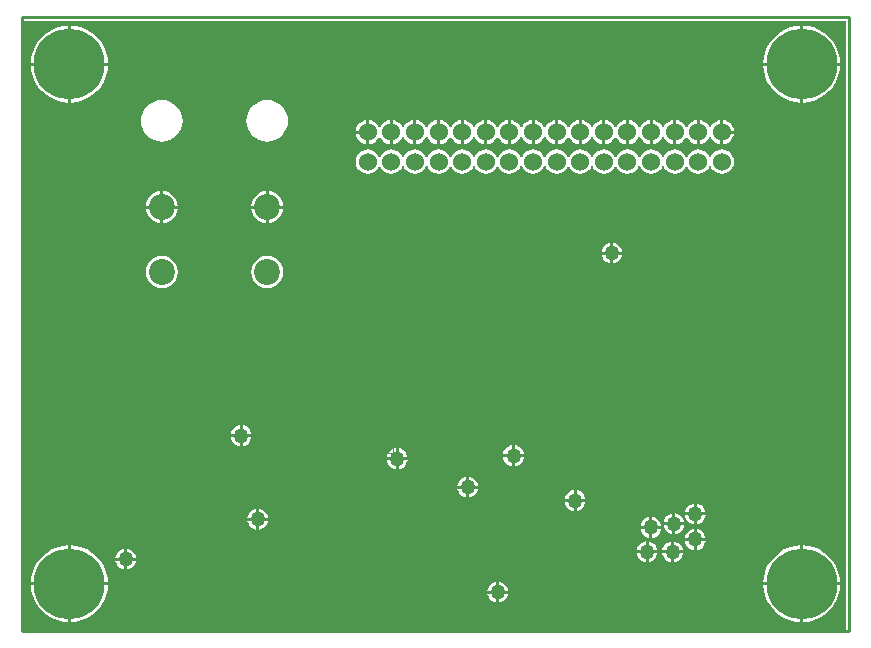
<source format=gbl>
G04*
G04 #@! TF.GenerationSoftware,Altium Limited,Altium Designer,19.1.8 (144)*
G04*
G04 Layer_Physical_Order=2*
G04 Layer_Color=16711680*
%FSLAX25Y25*%
%MOIN*%
G70*
G01*
G75*
%ADD12C,0.01000*%
%ADD14C,0.00394*%
%ADD17R,0.10984X0.02436*%
%ADD18C,0.00197*%
%ADD55C,0.23622*%
%ADD56C,0.06000*%
%ADD57C,0.08661*%
%ADD58C,0.05000*%
G36*
X274500Y203500D02*
X274500Y500D01*
X500Y500D01*
X500Y203500D01*
X274500Y203500D01*
D02*
G37*
%LPC*%
G36*
X260343Y201788D02*
Y189476D01*
X272654D01*
X272535Y190987D01*
X272064Y192947D01*
X271292Y194810D01*
X270239Y196530D01*
X268929Y198063D01*
X267396Y199373D01*
X265677Y200426D01*
X263814Y201198D01*
X261853Y201669D01*
X260343Y201788D01*
D02*
G37*
G36*
X259343D02*
X257832Y201669D01*
X255872Y201198D01*
X254009Y200426D01*
X252289Y199373D01*
X250756Y198063D01*
X249446Y196530D01*
X248393Y194810D01*
X247621Y192947D01*
X247150Y190987D01*
X247031Y189476D01*
X259343D01*
Y201788D01*
D02*
G37*
G36*
X16248D02*
Y189476D01*
X28559D01*
X28440Y190987D01*
X27970Y192947D01*
X27198Y194810D01*
X26144Y196530D01*
X24835Y198063D01*
X23301Y199373D01*
X21582Y200426D01*
X19719Y201198D01*
X17758Y201669D01*
X16248Y201788D01*
D02*
G37*
G36*
X15248D02*
X13738Y201669D01*
X11777Y201198D01*
X9914Y200426D01*
X8195Y199373D01*
X6661Y198063D01*
X5352Y196530D01*
X4298Y194810D01*
X3526Y192947D01*
X3056Y190987D01*
X2937Y189476D01*
X15248D01*
Y201788D01*
D02*
G37*
G36*
X272654Y188476D02*
X260343D01*
Y176165D01*
X261853Y176284D01*
X263814Y176755D01*
X265677Y177526D01*
X267396Y178580D01*
X268929Y179890D01*
X270239Y181423D01*
X271292Y183142D01*
X272064Y185005D01*
X272535Y186966D01*
X272654Y188476D01*
D02*
G37*
G36*
X259343D02*
X247031D01*
X247150Y186966D01*
X247621Y185005D01*
X248393Y183142D01*
X249446Y181423D01*
X250756Y179890D01*
X252289Y178580D01*
X254009Y177526D01*
X255872Y176755D01*
X257832Y176284D01*
X259343Y176165D01*
Y188476D01*
D02*
G37*
G36*
X28559D02*
X16248D01*
Y176165D01*
X17758Y176284D01*
X19719Y176755D01*
X21582Y177526D01*
X23301Y178580D01*
X24835Y179890D01*
X26144Y181423D01*
X27198Y183142D01*
X27970Y185005D01*
X28440Y186966D01*
X28559Y188476D01*
D02*
G37*
G36*
X15248D02*
X2937D01*
X3056Y186966D01*
X3526Y185005D01*
X4298Y183142D01*
X5352Y181423D01*
X6661Y179890D01*
X8195Y178580D01*
X9914Y177526D01*
X11777Y176755D01*
X13738Y176284D01*
X15248Y176165D01*
Y188476D01*
D02*
G37*
G36*
X224868Y170307D02*
X224324Y170236D01*
X223351Y169833D01*
X222516Y169191D01*
X221874Y168356D01*
X221702Y167940D01*
X221161D01*
X220988Y168356D01*
X220347Y169191D01*
X219512Y169833D01*
X218538Y170236D01*
X217994Y170307D01*
Y166339D01*
Y162370D01*
X218538Y162442D01*
X219512Y162845D01*
X220347Y163486D01*
X220988Y164321D01*
X221161Y164737D01*
X221702D01*
X221874Y164321D01*
X222516Y163486D01*
X223351Y162845D01*
X224324Y162442D01*
X224868Y162370D01*
Y166339D01*
Y170307D01*
D02*
G37*
G36*
X209120D02*
X208576Y170236D01*
X207603Y169833D01*
X206768Y169191D01*
X206126Y168356D01*
X205954Y167940D01*
X205413D01*
X205240Y168356D01*
X204599Y169191D01*
X203764Y169833D01*
X202790Y170236D01*
X202246Y170307D01*
Y166339D01*
Y162370D01*
X202790Y162442D01*
X203764Y162845D01*
X204599Y163486D01*
X205240Y164321D01*
X205413Y164737D01*
X205954D01*
X206126Y164321D01*
X206768Y163486D01*
X207603Y162845D01*
X208576Y162442D01*
X209120Y162370D01*
Y166339D01*
Y170307D01*
D02*
G37*
G36*
X185498D02*
X184954Y170236D01*
X183981Y169833D01*
X183145Y169191D01*
X182504Y168356D01*
X182332Y167940D01*
X181791D01*
X181618Y168356D01*
X180977Y169191D01*
X180141Y169833D01*
X179168Y170236D01*
X178624Y170307D01*
Y166339D01*
Y162370D01*
X179168Y162442D01*
X180141Y162845D01*
X180977Y163486D01*
X181618Y164321D01*
X181791Y164737D01*
X182332D01*
X182504Y164321D01*
X183145Y163486D01*
X183981Y162845D01*
X184954Y162442D01*
X185498Y162370D01*
Y166339D01*
Y170307D01*
D02*
G37*
G36*
X169750D02*
X169206Y170236D01*
X168233Y169833D01*
X167397Y169191D01*
X166756Y168356D01*
X166584Y167940D01*
X166043D01*
X165870Y168356D01*
X165229Y169191D01*
X164393Y169833D01*
X163420Y170236D01*
X162876Y170307D01*
Y166339D01*
Y162370D01*
X163420Y162442D01*
X164393Y162845D01*
X165229Y163486D01*
X165870Y164321D01*
X166043Y164737D01*
X166584D01*
X166756Y164321D01*
X167397Y163486D01*
X168233Y162845D01*
X169206Y162442D01*
X169750Y162370D01*
Y166339D01*
Y170307D01*
D02*
G37*
G36*
X146128D02*
X145584Y170236D01*
X144611Y169833D01*
X143775Y169191D01*
X143134Y168356D01*
X142962Y167940D01*
X142421D01*
X142248Y168356D01*
X141607Y169191D01*
X140771Y169833D01*
X139798Y170236D01*
X139254Y170307D01*
Y166339D01*
Y162370D01*
X139798Y162442D01*
X140771Y162845D01*
X141607Y163486D01*
X142248Y164321D01*
X142421Y164737D01*
X142962D01*
X143134Y164321D01*
X143775Y163486D01*
X144611Y162845D01*
X145584Y162442D01*
X146128Y162370D01*
Y166339D01*
Y170307D01*
D02*
G37*
G36*
X130380D02*
X129836Y170236D01*
X128863Y169833D01*
X128027Y169191D01*
X127386Y168356D01*
X127214Y167940D01*
X126672D01*
X126500Y168356D01*
X125859Y169191D01*
X125023Y169833D01*
X124050Y170236D01*
X123506Y170307D01*
Y166339D01*
Y162370D01*
X124050Y162442D01*
X125023Y162845D01*
X125859Y163486D01*
X126500Y164321D01*
X126672Y164737D01*
X127214D01*
X127386Y164321D01*
X128027Y163486D01*
X128863Y162845D01*
X129836Y162442D01*
X130380Y162370D01*
Y166339D01*
Y170307D01*
D02*
G37*
G36*
X232742D02*
X232198Y170236D01*
X231225Y169833D01*
X230389Y169191D01*
X229748Y168356D01*
X229576Y167940D01*
X229035D01*
X228862Y168356D01*
X228221Y169191D01*
X227386Y169833D01*
X226413Y170236D01*
X225868Y170307D01*
Y166339D01*
Y162370D01*
X226413Y162442D01*
X227386Y162845D01*
X228221Y163486D01*
X228862Y164321D01*
X229035Y164738D01*
X229576D01*
X229748Y164321D01*
X230389Y163486D01*
X231225Y162845D01*
X232198Y162442D01*
X232742Y162370D01*
Y166339D01*
Y170307D01*
D02*
G37*
G36*
X216994D02*
X216450Y170236D01*
X215477Y169833D01*
X214641Y169191D01*
X214000Y168356D01*
X213828Y167940D01*
X213287D01*
X213114Y168356D01*
X212473Y169191D01*
X211638Y169833D01*
X210665Y170236D01*
X210120Y170307D01*
Y166339D01*
Y162370D01*
X210665Y162442D01*
X211638Y162845D01*
X212473Y163486D01*
X213114Y164321D01*
X213287Y164738D01*
X213828D01*
X214000Y164321D01*
X214641Y163486D01*
X215477Y162845D01*
X216450Y162442D01*
X216994Y162370D01*
Y166339D01*
Y170307D01*
D02*
G37*
G36*
X201246D02*
X200702Y170236D01*
X199729Y169833D01*
X198893Y169191D01*
X198252Y168356D01*
X198080Y167940D01*
X197539D01*
X197366Y168356D01*
X196725Y169191D01*
X195889Y169833D01*
X194916Y170236D01*
X194372Y170307D01*
Y166339D01*
Y162370D01*
X194916Y162442D01*
X195889Y162845D01*
X196725Y163486D01*
X197366Y164321D01*
X197539Y164738D01*
X198080D01*
X198252Y164321D01*
X198893Y163486D01*
X199729Y162845D01*
X200702Y162442D01*
X201246Y162370D01*
Y166339D01*
Y170307D01*
D02*
G37*
G36*
X193372D02*
X192828Y170236D01*
X191855Y169833D01*
X191019Y169191D01*
X190378Y168356D01*
X190206Y167940D01*
X189665D01*
X189492Y168356D01*
X188851Y169191D01*
X188015Y169833D01*
X187042Y170236D01*
X186498Y170307D01*
Y166339D01*
Y162370D01*
X187042Y162442D01*
X188015Y162845D01*
X188851Y163486D01*
X189492Y164321D01*
X189665Y164738D01*
X190206D01*
X190378Y164321D01*
X191019Y163486D01*
X191855Y162845D01*
X192828Y162442D01*
X193372Y162370D01*
Y166339D01*
Y170307D01*
D02*
G37*
G36*
X177624D02*
X177080Y170236D01*
X176107Y169833D01*
X175271Y169191D01*
X174630Y168356D01*
X174458Y167940D01*
X173917D01*
X173744Y168356D01*
X173103Y169191D01*
X172267Y169833D01*
X171294Y170236D01*
X170750Y170307D01*
Y166339D01*
Y162370D01*
X171294Y162442D01*
X172267Y162845D01*
X173103Y163486D01*
X173744Y164321D01*
X173917Y164738D01*
X174458D01*
X174630Y164321D01*
X175271Y163486D01*
X176107Y162845D01*
X177080Y162442D01*
X177624Y162370D01*
Y166339D01*
Y170307D01*
D02*
G37*
G36*
X161876D02*
X161332Y170236D01*
X160359Y169833D01*
X159523Y169191D01*
X158882Y168356D01*
X158710Y167940D01*
X158169D01*
X157996Y168356D01*
X157355Y169191D01*
X156519Y169833D01*
X155546Y170236D01*
X155002Y170307D01*
Y166339D01*
Y162370D01*
X155546Y162442D01*
X156519Y162845D01*
X157355Y163486D01*
X157996Y164321D01*
X158169Y164738D01*
X158710D01*
X158882Y164321D01*
X159523Y163486D01*
X160359Y162845D01*
X161332Y162442D01*
X161876Y162370D01*
Y166339D01*
Y170307D01*
D02*
G37*
G36*
X154002D02*
X153458Y170236D01*
X152485Y169833D01*
X151649Y169191D01*
X151008Y168356D01*
X150836Y167940D01*
X150295D01*
X150122Y168356D01*
X149481Y169191D01*
X148645Y169833D01*
X147672Y170236D01*
X147128Y170307D01*
Y166339D01*
Y162370D01*
X147672Y162442D01*
X148645Y162845D01*
X149481Y163486D01*
X150122Y164321D01*
X150295Y164738D01*
X150836D01*
X151008Y164321D01*
X151649Y163486D01*
X152485Y162845D01*
X153458Y162442D01*
X154002Y162370D01*
Y166339D01*
Y170307D01*
D02*
G37*
G36*
X138254D02*
X137710Y170236D01*
X136737Y169833D01*
X135901Y169191D01*
X135260Y168356D01*
X135088Y167940D01*
X134546D01*
X134374Y168356D01*
X133733Y169191D01*
X132897Y169833D01*
X131924Y170236D01*
X131380Y170307D01*
Y166339D01*
Y162370D01*
X131924Y162442D01*
X132897Y162845D01*
X133733Y163486D01*
X134374Y164321D01*
X134546Y164738D01*
X135088D01*
X135260Y164321D01*
X135901Y163486D01*
X136737Y162845D01*
X137710Y162442D01*
X138254Y162370D01*
Y166339D01*
Y170307D01*
D02*
G37*
G36*
X122506D02*
X121962Y170236D01*
X120989Y169833D01*
X120153Y169191D01*
X119512Y168356D01*
X119340Y167940D01*
X118798D01*
X118626Y168356D01*
X117985Y169191D01*
X117149Y169833D01*
X116176Y170236D01*
X115632Y170307D01*
Y166339D01*
Y162370D01*
X116176Y162442D01*
X117149Y162845D01*
X117985Y163486D01*
X118626Y164321D01*
X118798Y164738D01*
X119340D01*
X119512Y164321D01*
X120153Y163486D01*
X120989Y162845D01*
X121962Y162442D01*
X122506Y162370D01*
Y166339D01*
Y170307D01*
D02*
G37*
G36*
X233742D02*
Y166839D01*
X237211D01*
X237139Y167383D01*
X236736Y168356D01*
X236095Y169191D01*
X235260Y169833D01*
X234286Y170236D01*
X233742Y170307D01*
D02*
G37*
G36*
X114632D02*
X114088Y170236D01*
X113115Y169833D01*
X112279Y169191D01*
X111638Y168356D01*
X111235Y167383D01*
X111163Y166839D01*
X114632D01*
Y170307D01*
D02*
G37*
G36*
X81646Y177018D02*
X80293Y176884D01*
X78991Y176489D01*
X77791Y175848D01*
X76740Y174985D01*
X75877Y173934D01*
X75236Y172734D01*
X74841Y171432D01*
X74707Y170079D01*
X74841Y168725D01*
X75236Y167423D01*
X75877Y166224D01*
X76740Y165172D01*
X77791Y164309D01*
X78991Y163668D01*
X80293Y163273D01*
X81646Y163140D01*
X83000Y163273D01*
X84302Y163668D01*
X85501Y164309D01*
X86553Y165172D01*
X87416Y166224D01*
X88057Y167423D01*
X88452Y168725D01*
X88585Y170079D01*
X88452Y171432D01*
X88057Y172734D01*
X87416Y173934D01*
X86553Y174985D01*
X85501Y175848D01*
X84302Y176489D01*
X83000Y176884D01*
X81646Y177018D01*
D02*
G37*
G36*
X46500D02*
X45146Y176884D01*
X43845Y176489D01*
X42645Y175848D01*
X41593Y174985D01*
X40731Y173934D01*
X40089Y172734D01*
X39694Y171432D01*
X39561Y170079D01*
X39694Y168725D01*
X40089Y167423D01*
X40731Y166224D01*
X41593Y165172D01*
X42645Y164309D01*
X43845Y163668D01*
X45146Y163273D01*
X46500Y163140D01*
X47854Y163273D01*
X49155Y163668D01*
X50355Y164309D01*
X51407Y165172D01*
X52270Y166224D01*
X52911Y167423D01*
X53306Y168725D01*
X53439Y170079D01*
X53306Y171432D01*
X52911Y172734D01*
X52270Y173934D01*
X51407Y174985D01*
X50355Y175848D01*
X49155Y176489D01*
X47854Y176884D01*
X46500Y177018D01*
D02*
G37*
G36*
X237211Y165839D02*
X233742D01*
Y162370D01*
X234286Y162442D01*
X235260Y162845D01*
X236095Y163486D01*
X236736Y164321D01*
X237139Y165294D01*
X237211Y165839D01*
D02*
G37*
G36*
X114632D02*
X111163D01*
X111235Y165294D01*
X111638Y164321D01*
X112279Y163486D01*
X113115Y162845D01*
X114088Y162442D01*
X114632Y162370D01*
Y165839D01*
D02*
G37*
G36*
X233242Y160531D02*
X232198Y160393D01*
X231225Y159990D01*
X230389Y159349D01*
X229748Y158513D01*
X229576Y158097D01*
X229035D01*
X228862Y158513D01*
X228221Y159349D01*
X227386Y159990D01*
X226413Y160393D01*
X225368Y160531D01*
X224324Y160393D01*
X223351Y159990D01*
X222516Y159349D01*
X221874Y158513D01*
X221702Y158097D01*
X221161D01*
X220988Y158513D01*
X220347Y159349D01*
X219512Y159990D01*
X218538Y160393D01*
X217494Y160531D01*
X216450Y160393D01*
X215477Y159990D01*
X214641Y159349D01*
X214000Y158513D01*
X213828Y158097D01*
X213287D01*
X213114Y158513D01*
X212473Y159349D01*
X211638Y159990D01*
X210665Y160393D01*
X209620Y160531D01*
X208576Y160393D01*
X207603Y159990D01*
X206768Y159349D01*
X206126Y158513D01*
X205954Y158097D01*
X205413D01*
X205240Y158513D01*
X204599Y159349D01*
X203764Y159990D01*
X202790Y160393D01*
X201746Y160531D01*
X200702Y160393D01*
X199729Y159990D01*
X198893Y159349D01*
X198252Y158513D01*
X198080Y158097D01*
X197539D01*
X197366Y158513D01*
X196725Y159349D01*
X195889Y159990D01*
X194916Y160393D01*
X193872Y160531D01*
X192828Y160393D01*
X191855Y159990D01*
X191019Y159349D01*
X190378Y158513D01*
X190206Y158097D01*
X189665D01*
X189492Y158513D01*
X188851Y159349D01*
X188015Y159990D01*
X187042Y160393D01*
X185998Y160531D01*
X184954Y160393D01*
X183981Y159990D01*
X183145Y159349D01*
X182504Y158513D01*
X182332Y158097D01*
X181791D01*
X181618Y158513D01*
X180977Y159349D01*
X180141Y159990D01*
X179168Y160393D01*
X178124Y160531D01*
X177080Y160393D01*
X176107Y159990D01*
X175271Y159349D01*
X174630Y158513D01*
X174458Y158097D01*
X173917D01*
X173744Y158513D01*
X173103Y159349D01*
X172267Y159990D01*
X171294Y160393D01*
X170250Y160531D01*
X169206Y160393D01*
X168233Y159990D01*
X167397Y159349D01*
X166756Y158513D01*
X166584Y158097D01*
X166043D01*
X165870Y158513D01*
X165229Y159349D01*
X164393Y159990D01*
X163420Y160393D01*
X162376Y160531D01*
X161332Y160393D01*
X160359Y159990D01*
X159523Y159349D01*
X158882Y158513D01*
X158710Y158097D01*
X158169D01*
X157996Y158513D01*
X157355Y159349D01*
X156519Y159990D01*
X155546Y160393D01*
X154502Y160531D01*
X153458Y160393D01*
X152485Y159990D01*
X151649Y159349D01*
X151008Y158513D01*
X150836Y158097D01*
X150295D01*
X150122Y158513D01*
X149481Y159349D01*
X148645Y159990D01*
X147672Y160393D01*
X146628Y160531D01*
X145584Y160393D01*
X144611Y159990D01*
X143775Y159349D01*
X143134Y158513D01*
X142962Y158097D01*
X142421D01*
X142248Y158513D01*
X141607Y159349D01*
X140771Y159990D01*
X139798Y160393D01*
X138754Y160531D01*
X137710Y160393D01*
X136737Y159990D01*
X135901Y159349D01*
X135260Y158513D01*
X135088Y158097D01*
X134546D01*
X134374Y158513D01*
X133733Y159349D01*
X132897Y159990D01*
X131924Y160393D01*
X130880Y160531D01*
X129836Y160393D01*
X128863Y159990D01*
X128027Y159349D01*
X127386Y158513D01*
X127214Y158097D01*
X126672D01*
X126500Y158513D01*
X125859Y159349D01*
X125023Y159990D01*
X124050Y160393D01*
X123006Y160531D01*
X121962Y160393D01*
X120989Y159990D01*
X120153Y159349D01*
X119512Y158513D01*
X119340Y158097D01*
X118798D01*
X118626Y158513D01*
X117985Y159349D01*
X117149Y159990D01*
X116176Y160393D01*
X115132Y160531D01*
X114088Y160393D01*
X113115Y159990D01*
X112279Y159349D01*
X111638Y158513D01*
X111235Y157540D01*
X111098Y156496D01*
X111235Y155452D01*
X111638Y154479D01*
X112279Y153643D01*
X113115Y153002D01*
X114088Y152599D01*
X115132Y152462D01*
X116176Y152599D01*
X117149Y153002D01*
X117985Y153643D01*
X118626Y154479D01*
X118798Y154895D01*
X119340D01*
X119512Y154479D01*
X120153Y153643D01*
X120989Y153002D01*
X121962Y152599D01*
X123006Y152462D01*
X124050Y152599D01*
X125023Y153002D01*
X125859Y153643D01*
X126500Y154479D01*
X126672Y154895D01*
X127214D01*
X127386Y154479D01*
X128027Y153643D01*
X128863Y153002D01*
X129836Y152599D01*
X130880Y152462D01*
X131924Y152599D01*
X132897Y153002D01*
X133733Y153643D01*
X134374Y154479D01*
X134546Y154895D01*
X135088D01*
X135260Y154479D01*
X135901Y153643D01*
X136737Y153002D01*
X137710Y152599D01*
X138754Y152462D01*
X139798Y152599D01*
X140771Y153002D01*
X141607Y153643D01*
X142248Y154479D01*
X142421Y154895D01*
X142962D01*
X143134Y154479D01*
X143775Y153643D01*
X144611Y153002D01*
X145584Y152599D01*
X146628Y152462D01*
X147672Y152599D01*
X148645Y153002D01*
X149481Y153643D01*
X150122Y154479D01*
X150295Y154895D01*
X150836D01*
X151008Y154479D01*
X151649Y153643D01*
X152485Y153002D01*
X153458Y152599D01*
X154502Y152462D01*
X155546Y152599D01*
X156519Y153002D01*
X157355Y153643D01*
X157996Y154479D01*
X158169Y154895D01*
X158710D01*
X158882Y154479D01*
X159523Y153643D01*
X160359Y153002D01*
X161332Y152599D01*
X162376Y152462D01*
X163420Y152599D01*
X164393Y153002D01*
X165229Y153643D01*
X165870Y154479D01*
X166043Y154895D01*
X166584D01*
X166756Y154479D01*
X167397Y153643D01*
X168233Y153002D01*
X169206Y152599D01*
X170250Y152462D01*
X171294Y152599D01*
X172267Y153002D01*
X173103Y153643D01*
X173744Y154479D01*
X173917Y154895D01*
X174458D01*
X174630Y154479D01*
X175271Y153643D01*
X176107Y153002D01*
X177080Y152599D01*
X178124Y152462D01*
X179168Y152599D01*
X180141Y153002D01*
X180977Y153643D01*
X181618Y154479D01*
X181791Y154895D01*
X182332D01*
X182504Y154479D01*
X183145Y153643D01*
X183981Y153002D01*
X184954Y152599D01*
X185998Y152462D01*
X187042Y152599D01*
X188015Y153002D01*
X188851Y153643D01*
X189492Y154479D01*
X189665Y154895D01*
X190206D01*
X190378Y154479D01*
X191019Y153643D01*
X191855Y153002D01*
X192828Y152599D01*
X193872Y152462D01*
X194916Y152599D01*
X195889Y153002D01*
X196725Y153643D01*
X197366Y154479D01*
X197539Y154895D01*
X198080D01*
X198252Y154479D01*
X198893Y153643D01*
X199729Y153002D01*
X200702Y152599D01*
X201746Y152462D01*
X202790Y152599D01*
X203764Y153002D01*
X204599Y153643D01*
X205240Y154479D01*
X205413Y154895D01*
X205954D01*
X206126Y154479D01*
X206768Y153643D01*
X207603Y153002D01*
X208576Y152599D01*
X209620Y152462D01*
X210665Y152599D01*
X211638Y153002D01*
X212473Y153643D01*
X213114Y154479D01*
X213287Y154895D01*
X213828D01*
X214000Y154479D01*
X214641Y153643D01*
X215477Y153002D01*
X216450Y152599D01*
X217494Y152462D01*
X218538Y152599D01*
X219512Y153002D01*
X220347Y153643D01*
X220988Y154479D01*
X221161Y154895D01*
X221702D01*
X221874Y154479D01*
X222516Y153643D01*
X223351Y153002D01*
X224324Y152599D01*
X225368Y152462D01*
X226413Y152599D01*
X227386Y153002D01*
X228221Y153643D01*
X228862Y154479D01*
X229035Y154895D01*
X229576D01*
X229748Y154479D01*
X230389Y153643D01*
X231225Y153002D01*
X232198Y152599D01*
X233242Y152462D01*
X234286Y152599D01*
X235260Y153002D01*
X236095Y153643D01*
X236736Y154479D01*
X237139Y155452D01*
X237277Y156496D01*
X237139Y157540D01*
X236736Y158513D01*
X236095Y159349D01*
X235260Y159990D01*
X234286Y160393D01*
X233242Y160531D01*
D02*
G37*
G36*
X82146Y146650D02*
Y141839D01*
X86957D01*
X86840Y142730D01*
X86303Y144027D01*
X85448Y145141D01*
X84335Y145995D01*
X83038Y146532D01*
X82146Y146650D01*
D02*
G37*
G36*
X47000D02*
Y141839D01*
X51811D01*
X51693Y142730D01*
X51156Y144027D01*
X50302Y145141D01*
X49188Y145995D01*
X47892Y146532D01*
X47000Y146650D01*
D02*
G37*
G36*
X81146D02*
X80255Y146532D01*
X78958Y145995D01*
X77844Y145141D01*
X76990Y144027D01*
X76453Y142730D01*
X76335Y141839D01*
X81146D01*
Y146650D01*
D02*
G37*
G36*
X46000D02*
X45108Y146532D01*
X43812Y145995D01*
X42698Y145141D01*
X41844Y144027D01*
X41306Y142730D01*
X41189Y141839D01*
X46000D01*
Y146650D01*
D02*
G37*
G36*
X86957Y140839D02*
X82146D01*
Y136028D01*
X83038Y136145D01*
X84335Y136682D01*
X85448Y137537D01*
X86303Y138650D01*
X86840Y139947D01*
X86957Y140839D01*
D02*
G37*
G36*
X51811D02*
X47000D01*
Y136028D01*
X47892Y136145D01*
X49188Y136682D01*
X50302Y137537D01*
X51156Y138650D01*
X51693Y139947D01*
X51811Y140839D01*
D02*
G37*
G36*
X81146D02*
X76335D01*
X76453Y139947D01*
X76990Y138650D01*
X77844Y137537D01*
X78958Y136682D01*
X80255Y136145D01*
X81146Y136028D01*
Y140839D01*
D02*
G37*
G36*
X46000D02*
X41189D01*
X41306Y139947D01*
X41844Y138650D01*
X42698Y137537D01*
X43812Y136682D01*
X45108Y136145D01*
X46000Y136028D01*
Y140839D01*
D02*
G37*
G36*
X197072Y129464D02*
Y126500D01*
X200036D01*
X199982Y126914D01*
X199629Y127765D01*
X199068Y128496D01*
X198337Y129057D01*
X197486Y129410D01*
X197072Y129464D01*
D02*
G37*
G36*
X196072D02*
X195658Y129410D01*
X194807Y129057D01*
X194076Y128496D01*
X193515Y127765D01*
X193162Y126914D01*
X193107Y126500D01*
X196072D01*
Y129464D01*
D02*
G37*
G36*
X200036Y125500D02*
X197072D01*
Y122536D01*
X197486Y122590D01*
X198337Y122943D01*
X199068Y123504D01*
X199629Y124235D01*
X199982Y125086D01*
X200036Y125500D01*
D02*
G37*
G36*
X196072D02*
X193107D01*
X193162Y125086D01*
X193515Y124235D01*
X194076Y123504D01*
X194807Y122943D01*
X195658Y122590D01*
X196072Y122536D01*
Y125500D01*
D02*
G37*
G36*
X81646Y125062D02*
X80255Y124879D01*
X78958Y124341D01*
X77844Y123487D01*
X76990Y122373D01*
X76453Y121077D01*
X76270Y119685D01*
X76453Y118293D01*
X76990Y116997D01*
X77844Y115883D01*
X78958Y115029D01*
X80255Y114492D01*
X81646Y114308D01*
X83038Y114492D01*
X84335Y115029D01*
X85448Y115883D01*
X86303Y116997D01*
X86840Y118293D01*
X87023Y119685D01*
X86840Y121077D01*
X86303Y122373D01*
X85448Y123487D01*
X84335Y124341D01*
X83038Y124879D01*
X81646Y125062D01*
D02*
G37*
G36*
X46500D02*
X45108Y124879D01*
X43812Y124341D01*
X42698Y123487D01*
X41844Y122373D01*
X41306Y121077D01*
X41123Y119685D01*
X41306Y118293D01*
X41844Y116997D01*
X42698Y115883D01*
X43812Y115029D01*
X45108Y114492D01*
X46500Y114308D01*
X47892Y114492D01*
X49188Y115029D01*
X50302Y115883D01*
X51156Y116997D01*
X51693Y118293D01*
X51877Y119685D01*
X51693Y121077D01*
X51156Y122373D01*
X50302Y123487D01*
X49188Y124341D01*
X47892Y124879D01*
X46500Y125062D01*
D02*
G37*
G36*
X73500Y68620D02*
Y65656D01*
X76464D01*
X76410Y66070D01*
X76057Y66921D01*
X75496Y67652D01*
X74765Y68213D01*
X73914Y68566D01*
X73500Y68620D01*
D02*
G37*
G36*
X72500D02*
X72086Y68566D01*
X71235Y68213D01*
X70504Y67652D01*
X69943Y66921D01*
X69590Y66070D01*
X69536Y65656D01*
X72500D01*
Y68620D01*
D02*
G37*
G36*
X76464Y64656D02*
X73500D01*
Y61692D01*
X73914Y61746D01*
X74765Y62099D01*
X75496Y62660D01*
X76057Y63391D01*
X76410Y64242D01*
X76464Y64656D01*
D02*
G37*
G36*
X72500D02*
X69536D01*
X69590Y64242D01*
X69943Y63391D01*
X70504Y62660D01*
X71235Y62099D01*
X72086Y61746D01*
X72500Y61692D01*
Y64656D01*
D02*
G37*
G36*
X164279Y61923D02*
Y58959D01*
X167244D01*
X167189Y59373D01*
X166837Y60224D01*
X166276Y60955D01*
X165545Y61516D01*
X164693Y61869D01*
X164279Y61923D01*
D02*
G37*
G36*
X163279D02*
X162866Y61869D01*
X162014Y61516D01*
X161283Y60955D01*
X160722Y60224D01*
X160370Y59373D01*
X160315Y58959D01*
X163279D01*
Y61923D01*
D02*
G37*
G36*
X125500Y60964D02*
Y58000D01*
X128464D01*
X128410Y58414D01*
X128057Y59265D01*
X127496Y59996D01*
X126765Y60557D01*
X125914Y60910D01*
X125500Y60964D01*
D02*
G37*
G36*
X124500D02*
X124086Y60910D01*
X123235Y60557D01*
X122504Y59996D01*
X121943Y59265D01*
X121590Y58414D01*
X121536Y58000D01*
X124500D01*
Y60964D01*
D02*
G37*
G36*
X167244Y57959D02*
X164279D01*
Y54995D01*
X164693Y55049D01*
X165545Y55402D01*
X166276Y55963D01*
X166837Y56694D01*
X167189Y57545D01*
X167244Y57959D01*
D02*
G37*
G36*
X163279D02*
X160315D01*
X160370Y57545D01*
X160722Y56694D01*
X161283Y55963D01*
X162014Y55402D01*
X162866Y55049D01*
X163279Y54995D01*
Y57959D01*
D02*
G37*
G36*
X128464Y57000D02*
X125500D01*
Y54036D01*
X125914Y54090D01*
X126765Y54443D01*
X127496Y55004D01*
X128057Y55735D01*
X128410Y56586D01*
X128464Y57000D01*
D02*
G37*
G36*
X124500D02*
X121536D01*
X121590Y56586D01*
X121943Y55735D01*
X122504Y55004D01*
X123235Y54443D01*
X124086Y54090D01*
X124500Y54036D01*
Y57000D01*
D02*
G37*
G36*
X149000Y51464D02*
Y48500D01*
X151964D01*
X151910Y48914D01*
X151557Y49765D01*
X150996Y50496D01*
X150265Y51057D01*
X149414Y51410D01*
X149000Y51464D01*
D02*
G37*
G36*
X148000D02*
X147586Y51410D01*
X146735Y51057D01*
X146004Y50496D01*
X145443Y49765D01*
X145090Y48914D01*
X145036Y48500D01*
X148000D01*
Y51464D01*
D02*
G37*
G36*
X151964Y47500D02*
X149000D01*
Y44536D01*
X149414Y44590D01*
X150265Y44943D01*
X150996Y45504D01*
X151557Y46235D01*
X151910Y47086D01*
X151964Y47500D01*
D02*
G37*
G36*
X148000D02*
X145036D01*
X145090Y47086D01*
X145443Y46235D01*
X146004Y45504D01*
X146735Y44943D01*
X147586Y44590D01*
X148000Y44536D01*
Y47500D01*
D02*
G37*
G36*
X184780Y46964D02*
Y44000D01*
X187744D01*
X187689Y44414D01*
X187337Y45265D01*
X186776Y45996D01*
X186045Y46557D01*
X185193Y46910D01*
X184780Y46964D01*
D02*
G37*
G36*
X183780D02*
X183366Y46910D01*
X182514Y46557D01*
X181783Y45996D01*
X181222Y45265D01*
X180870Y44414D01*
X180815Y44000D01*
X183780D01*
Y46964D01*
D02*
G37*
G36*
X187744Y43000D02*
X184780D01*
Y40036D01*
X185193Y40090D01*
X186045Y40443D01*
X186776Y41004D01*
X187337Y41735D01*
X187689Y42586D01*
X187744Y43000D01*
D02*
G37*
G36*
X183780D02*
X180815D01*
X180870Y42586D01*
X181222Y41735D01*
X181783Y41004D01*
X182514Y40443D01*
X183366Y40090D01*
X183780Y40036D01*
Y43000D01*
D02*
G37*
G36*
X224837Y42492D02*
Y39528D01*
X227801D01*
X227747Y39942D01*
X227394Y40793D01*
X226833Y41524D01*
X226102Y42085D01*
X225251Y42438D01*
X224837Y42492D01*
D02*
G37*
G36*
X223837D02*
X223423Y42438D01*
X222572Y42085D01*
X221841Y41524D01*
X221280Y40793D01*
X220927Y39942D01*
X220872Y39528D01*
X223837D01*
Y42492D01*
D02*
G37*
G36*
X79000Y40759D02*
Y37795D01*
X81964D01*
X81910Y38208D01*
X81557Y39060D01*
X80996Y39791D01*
X80265Y40352D01*
X79414Y40705D01*
X79000Y40759D01*
D02*
G37*
G36*
X78000D02*
X77586Y40705D01*
X76735Y40352D01*
X76004Y39791D01*
X75443Y39060D01*
X75090Y38208D01*
X75036Y37795D01*
X78000D01*
Y40759D01*
D02*
G37*
G36*
X217721Y39226D02*
Y36262D01*
X220685D01*
X220631Y36675D01*
X220278Y37527D01*
X219717Y38258D01*
X218986Y38819D01*
X218135Y39172D01*
X217721Y39226D01*
D02*
G37*
G36*
X216721D02*
X216307Y39172D01*
X215456Y38819D01*
X214725Y38258D01*
X214164Y37527D01*
X213811Y36675D01*
X213757Y36262D01*
X216721D01*
Y39226D01*
D02*
G37*
G36*
X227801Y38528D02*
X224837D01*
Y35563D01*
X225251Y35618D01*
X226102Y35971D01*
X226833Y36532D01*
X227394Y37263D01*
X227747Y38114D01*
X227801Y38528D01*
D02*
G37*
G36*
X223837D02*
X220872D01*
X220927Y38114D01*
X221280Y37263D01*
X221841Y36532D01*
X222572Y35971D01*
X223423Y35618D01*
X223837Y35563D01*
Y38528D01*
D02*
G37*
G36*
X210072Y37992D02*
Y35028D01*
X213037D01*
X212982Y35442D01*
X212630Y36293D01*
X212069Y37024D01*
X211338Y37585D01*
X210486Y37938D01*
X210072Y37992D01*
D02*
G37*
G36*
X209072D02*
X208659Y37938D01*
X207807Y37585D01*
X207076Y37024D01*
X206515Y36293D01*
X206163Y35442D01*
X206108Y35028D01*
X209072D01*
Y37992D01*
D02*
G37*
G36*
X81964Y36795D02*
X79000D01*
Y33830D01*
X79414Y33885D01*
X80265Y34237D01*
X80996Y34798D01*
X81557Y35530D01*
X81910Y36381D01*
X81964Y36795D01*
D02*
G37*
G36*
X78000D02*
X75036D01*
X75090Y36381D01*
X75443Y35530D01*
X76004Y34798D01*
X76735Y34237D01*
X77586Y33885D01*
X78000Y33830D01*
Y36795D01*
D02*
G37*
G36*
X220685Y35262D02*
X217721D01*
Y32297D01*
X218135Y32352D01*
X218986Y32704D01*
X219717Y33265D01*
X220278Y33997D01*
X220631Y34848D01*
X220685Y35262D01*
D02*
G37*
G36*
X216721D02*
X213757D01*
X213811Y34848D01*
X214164Y33997D01*
X214725Y33265D01*
X215456Y32704D01*
X216307Y32352D01*
X216721Y32297D01*
Y35262D01*
D02*
G37*
G36*
X213037Y34028D02*
X210072D01*
Y31064D01*
X210486Y31118D01*
X211338Y31471D01*
X212069Y32032D01*
X212630Y32763D01*
X212982Y33614D01*
X213037Y34028D01*
D02*
G37*
G36*
X209072D02*
X206108D01*
X206163Y33614D01*
X206515Y32763D01*
X207076Y32032D01*
X207807Y31471D01*
X208659Y31118D01*
X209072Y31064D01*
Y34028D01*
D02*
G37*
G36*
X224837Y33992D02*
Y31028D01*
X227801D01*
X227747Y31442D01*
X227394Y32293D01*
X226833Y33024D01*
X226102Y33585D01*
X225251Y33938D01*
X224837Y33992D01*
D02*
G37*
G36*
X223837D02*
X223423Y33938D01*
X222572Y33585D01*
X221841Y33024D01*
X221280Y32293D01*
X220927Y31442D01*
X220872Y31028D01*
X223837D01*
Y33992D01*
D02*
G37*
G36*
X227801Y30028D02*
X224837D01*
Y27064D01*
X225251Y27118D01*
X226102Y27471D01*
X226833Y28032D01*
X227394Y28763D01*
X227747Y29614D01*
X227801Y30028D01*
D02*
G37*
G36*
X223837D02*
X220872D01*
X220927Y29614D01*
X221280Y28763D01*
X221841Y28032D01*
X222572Y27471D01*
X223423Y27118D01*
X223837Y27064D01*
Y30028D01*
D02*
G37*
G36*
X217307Y29901D02*
Y26937D01*
X220272D01*
X220217Y27351D01*
X219865Y28202D01*
X219304Y28933D01*
X218572Y29494D01*
X217721Y29847D01*
X217307Y29901D01*
D02*
G37*
G36*
X216307D02*
X215894Y29847D01*
X215042Y29494D01*
X214311Y28933D01*
X213750Y28202D01*
X213398Y27351D01*
X213343Y26937D01*
X216307D01*
Y29901D01*
D02*
G37*
G36*
X208768D02*
Y26937D01*
X211732D01*
X211678Y27351D01*
X211325Y28202D01*
X210764Y28933D01*
X210033Y29494D01*
X209181Y29847D01*
X208768Y29901D01*
D02*
G37*
G36*
X207768D02*
X207354Y29847D01*
X206503Y29494D01*
X205771Y28933D01*
X205210Y28202D01*
X204858Y27351D01*
X204803Y26937D01*
X207768D01*
Y29901D01*
D02*
G37*
G36*
X35000Y27464D02*
Y24500D01*
X37964D01*
X37910Y24914D01*
X37557Y25765D01*
X36996Y26496D01*
X36265Y27057D01*
X35414Y27410D01*
X35000Y27464D01*
D02*
G37*
G36*
X34000D02*
X33586Y27410D01*
X32735Y27057D01*
X32004Y26496D01*
X31443Y25765D01*
X31090Y24914D01*
X31036Y24500D01*
X34000D01*
Y27464D01*
D02*
G37*
G36*
X220272Y25937D02*
X217307D01*
Y22973D01*
X217721Y23027D01*
X218572Y23380D01*
X219304Y23941D01*
X219865Y24672D01*
X220217Y25523D01*
X220272Y25937D01*
D02*
G37*
G36*
X216307D02*
X213343D01*
X213398Y25523D01*
X213750Y24672D01*
X214311Y23941D01*
X215042Y23380D01*
X215894Y23027D01*
X216307Y22973D01*
Y25937D01*
D02*
G37*
G36*
X211732D02*
X208768D01*
Y22973D01*
X209181Y23027D01*
X210033Y23380D01*
X210764Y23941D01*
X211325Y24672D01*
X211678Y25523D01*
X211732Y25937D01*
D02*
G37*
G36*
X207768D02*
X204803D01*
X204858Y25523D01*
X205210Y24672D01*
X205771Y23941D01*
X206503Y23380D01*
X207354Y23027D01*
X207768Y22973D01*
Y25937D01*
D02*
G37*
G36*
X37964Y23500D02*
X35000D01*
Y20536D01*
X35414Y20590D01*
X36265Y20943D01*
X36996Y21504D01*
X37557Y22235D01*
X37910Y23086D01*
X37964Y23500D01*
D02*
G37*
G36*
X34000D02*
X31036D01*
X31090Y23086D01*
X31443Y22235D01*
X32004Y21504D01*
X32735Y20943D01*
X33586Y20590D01*
X34000Y20536D01*
Y23500D01*
D02*
G37*
G36*
X260343Y28559D02*
Y16248D01*
X272654D01*
X272535Y17758D01*
X272064Y19719D01*
X271292Y21582D01*
X270239Y23301D01*
X268929Y24835D01*
X267396Y26144D01*
X265677Y27198D01*
X263814Y27970D01*
X261853Y28440D01*
X260343Y28559D01*
D02*
G37*
G36*
X259343D02*
X257832Y28440D01*
X255872Y27970D01*
X254009Y27198D01*
X252289Y26144D01*
X250756Y24835D01*
X249446Y23301D01*
X248393Y21582D01*
X247621Y19719D01*
X247150Y17758D01*
X247031Y16248D01*
X259343D01*
Y28559D01*
D02*
G37*
G36*
X16248D02*
Y16248D01*
X28559D01*
X28440Y17758D01*
X27970Y19719D01*
X27198Y21582D01*
X26144Y23301D01*
X24835Y24835D01*
X23301Y26144D01*
X21582Y27198D01*
X19719Y27970D01*
X17758Y28440D01*
X16248Y28559D01*
D02*
G37*
G36*
X15248D02*
X13738Y28440D01*
X11777Y27970D01*
X9914Y27198D01*
X8195Y26144D01*
X6661Y24835D01*
X5352Y23301D01*
X4298Y21582D01*
X3526Y19719D01*
X3056Y17758D01*
X2937Y16248D01*
X15248D01*
Y28559D01*
D02*
G37*
G36*
X159000Y16464D02*
Y13500D01*
X161964D01*
X161910Y13914D01*
X161557Y14765D01*
X160996Y15496D01*
X160265Y16057D01*
X159414Y16410D01*
X159000Y16464D01*
D02*
G37*
G36*
X158000D02*
X157586Y16410D01*
X156735Y16057D01*
X156004Y15496D01*
X155443Y14765D01*
X155090Y13914D01*
X155036Y13500D01*
X158000D01*
Y16464D01*
D02*
G37*
G36*
X161964Y12500D02*
X159000D01*
Y9536D01*
X159414Y9590D01*
X160265Y9943D01*
X160996Y10504D01*
X161557Y11235D01*
X161910Y12086D01*
X161964Y12500D01*
D02*
G37*
G36*
X158000D02*
X155036D01*
X155090Y12086D01*
X155443Y11235D01*
X156004Y10504D01*
X156735Y9943D01*
X157586Y9590D01*
X158000Y9536D01*
Y12500D01*
D02*
G37*
G36*
X272654Y15248D02*
X260343D01*
Y2937D01*
X261853Y3056D01*
X263814Y3526D01*
X265677Y4298D01*
X267396Y5352D01*
X268929Y6661D01*
X270239Y8195D01*
X271292Y9914D01*
X272064Y11777D01*
X272535Y13738D01*
X272654Y15248D01*
D02*
G37*
G36*
X259343D02*
X247031D01*
X247150Y13738D01*
X247621Y11777D01*
X248393Y9914D01*
X249446Y8195D01*
X250756Y6661D01*
X252289Y5352D01*
X254009Y4298D01*
X255872Y3526D01*
X257832Y3056D01*
X259343Y2937D01*
Y15248D01*
D02*
G37*
G36*
X28559D02*
X16248D01*
Y2937D01*
X17758Y3056D01*
X19719Y3526D01*
X21582Y4298D01*
X23301Y5352D01*
X24835Y6661D01*
X26144Y8195D01*
X27198Y9914D01*
X27970Y11777D01*
X28440Y13738D01*
X28559Y15248D01*
D02*
G37*
G36*
X15248D02*
X2937D01*
X3056Y13738D01*
X3526Y11777D01*
X4298Y9914D01*
X5352Y8195D01*
X6661Y6661D01*
X8195Y5352D01*
X9914Y4298D01*
X11777Y3526D01*
X13738Y3056D01*
X15248Y2937D01*
Y15248D01*
D02*
G37*
%LPD*%
D12*
X0Y0D02*
Y204724D01*
Y0D02*
X275590D01*
Y204724D01*
X0D02*
X275590D01*
D14*
X129996Y62059D02*
G03*
X129996Y62059I-1969J0D01*
G01*
X216733Y53150D02*
G03*
X216733Y53150I-1969J0D01*
G01*
X39992Y34445D02*
Y52555D01*
X29008Y34445D02*
Y52555D01*
X39992D01*
X29008Y34445D02*
X39992D01*
X77169Y71866D02*
X85831D01*
X77169Y77181D02*
X85831D01*
Y71866D02*
Y77181D01*
X77169Y71866D02*
Y77181D01*
X115429Y53398D02*
Y65602D01*
X131571Y53398D02*
Y65602D01*
X115429Y53398D02*
X131571D01*
X115429Y65602D02*
X131571D01*
X202647Y113362D02*
Y120055D01*
X199497Y113362D02*
Y120055D01*
X202647D01*
X199497Y113362D02*
X202647D01*
X193147D02*
Y120055D01*
X189997Y113362D02*
Y120055D01*
X193147D01*
X189997Y113362D02*
X193147D01*
X183741Y108158D02*
X192403D01*
X183741Y102842D02*
X192403D01*
X183741D02*
Y108158D01*
X192403Y102842D02*
Y108158D01*
X200241Y102842D02*
X208903D01*
X200241Y108158D02*
X208903D01*
Y102842D02*
Y108158D01*
X200241Y102842D02*
Y108158D01*
X171299Y10063D02*
Y15378D01*
X164606Y10063D02*
Y15378D01*
Y10063D02*
X171299D01*
X164606Y15378D02*
X171299D01*
X203150Y65197D02*
Y73859D01*
X208465Y65197D02*
Y73859D01*
X203150Y65197D02*
X208465D01*
X203150Y73859D02*
X208465D01*
X192828Y66681D02*
X198143D01*
X192828Y73374D02*
X198143D01*
X192828Y66681D02*
Y73374D01*
X198143Y66681D02*
Y73374D01*
X182650Y66681D02*
X187965D01*
X182650Y73374D02*
X187965D01*
X182650Y66681D02*
Y73374D01*
X187965Y66681D02*
Y73374D01*
X170461Y36870D02*
Y42185D01*
X177154Y36870D02*
Y42185D01*
X170461D02*
X177154D01*
X170461Y36870D02*
X177154D01*
X169977Y46370D02*
X178638D01*
X169977Y51685D02*
X178638D01*
Y46370D02*
Y51685D01*
X169977Y46370D02*
Y51685D01*
X170020Y61116D02*
X178681D01*
X170020Y55801D02*
X178681D01*
X170020D02*
Y61116D01*
X178681Y55801D02*
Y61116D01*
X190008Y38192D02*
Y43507D01*
X196701Y38192D02*
Y43507D01*
X190008D02*
X196701D01*
X190008Y38192D02*
X196701D01*
X195650Y26660D02*
X200965D01*
X195650Y33353D02*
X200965D01*
X195650Y26660D02*
Y33353D01*
X200965Y26660D02*
Y33353D01*
X189508Y47870D02*
Y53185D01*
X196201Y47870D02*
Y53185D01*
X189508D02*
X196201D01*
X189508Y47870D02*
X196201D01*
X138842Y54169D02*
Y62831D01*
X144158Y54169D02*
Y62831D01*
X138842Y54169D02*
X144158D01*
X138842Y62831D02*
X144158D01*
X138842Y69169D02*
Y77831D01*
X144158Y69169D02*
Y77831D01*
X138842Y69169D02*
X144158D01*
X138842Y77831D02*
X144158D01*
X85669Y39701D02*
X94331D01*
X85669Y34386D02*
X94331D01*
X85669D02*
Y39701D01*
X94331Y34386D02*
Y39701D01*
X101669Y34386D02*
X110331D01*
X101669Y39701D02*
X110331D01*
Y34386D02*
Y39701D01*
X101669Y34386D02*
Y39701D01*
X136843Y43846D02*
X142157D01*
X136843Y37154D02*
X142157D01*
Y43846D01*
X136843Y37154D02*
Y43846D01*
X136153Y27925D02*
X142847D01*
X136153Y31075D02*
X142847D01*
Y27925D02*
Y31075D01*
X136153Y27925D02*
Y31075D01*
X121158Y29169D02*
Y37831D01*
X115842Y29169D02*
Y37831D01*
X121158D01*
X115842Y29169D02*
X121158D01*
X125343Y28669D02*
Y37331D01*
X130657Y28669D02*
Y37331D01*
X125343Y28669D02*
X130657D01*
X125343Y37331D02*
X130657D01*
X171394Y18741D02*
Y24056D01*
X164701Y18741D02*
Y24056D01*
Y18741D02*
X171394D01*
X164701Y24056D02*
X171394D01*
X206103Y56693D02*
X218307D01*
X206103Y44488D02*
X218307D01*
Y56693D01*
X206103Y44488D02*
Y56693D01*
X78654Y62343D02*
X85347D01*
X78654Y67658D02*
X85347D01*
Y62343D02*
Y67658D01*
X78654Y62343D02*
Y67658D01*
X26153Y96787D02*
X50642D01*
X26153Y70213D02*
X50642D01*
X26153D02*
Y96787D01*
X50642Y70213D02*
Y96787D01*
X231406Y61024D02*
X256209D01*
X231406Y36221D02*
X256209D01*
X231406D02*
Y61024D01*
X256209Y36221D02*
Y61024D01*
X32531Y43500D02*
X36468D01*
X34500Y41532D02*
Y45469D01*
X81500Y72555D02*
Y76492D01*
X79532Y74524D02*
X83469D01*
X121531Y59500D02*
X125469D01*
X123500Y57531D02*
Y61468D01*
X199497Y116709D02*
X202647D01*
X201072Y115134D02*
Y118283D01*
X189997Y116709D02*
X193147D01*
X191572Y115134D02*
Y118283D01*
X188072Y103532D02*
Y107468D01*
X186103Y105500D02*
X190040D01*
X204572Y103532D02*
Y107468D01*
X202603Y105500D02*
X206540D01*
X165984Y12720D02*
X169921D01*
X167953Y10752D02*
Y14689D01*
X203839Y69528D02*
X207776D01*
X205807Y67559D02*
Y71496D01*
X195485Y68059D02*
Y71996D01*
X193517Y70028D02*
X197454D01*
X185307Y68059D02*
Y71996D01*
X183339Y70028D02*
X187276D01*
X171839Y39528D02*
X175776D01*
X173807Y37559D02*
Y41496D01*
X174307Y47059D02*
Y50996D01*
X172339Y49028D02*
X176276D01*
X174351Y56490D02*
Y60427D01*
X172382Y58459D02*
X176319D01*
X191386Y40850D02*
X195323D01*
X193355Y38881D02*
Y42818D01*
X198307Y28038D02*
Y31975D01*
X196339Y30006D02*
X200276D01*
X190886Y50528D02*
X194823D01*
X192855Y48559D02*
Y52496D01*
X139532Y58500D02*
X143468D01*
X141500Y56532D02*
Y60469D01*
X139532Y73500D02*
X143468D01*
X141500Y71531D02*
Y75468D01*
X90000Y35075D02*
Y39012D01*
X88032Y37043D02*
X91969D01*
X106000Y35075D02*
Y39012D01*
X104032Y37043D02*
X107968D01*
X139500Y38532D02*
Y42469D01*
X137531Y40500D02*
X141469D01*
X139500Y27925D02*
Y31075D01*
X137925Y29500D02*
X141075D01*
X116532Y33500D02*
X120468D01*
X118500Y31532D02*
Y35469D01*
X126031Y33000D02*
X129969D01*
X128000Y31032D02*
Y34969D01*
X166079Y21399D02*
X170016D01*
X168047Y19430D02*
Y23367D01*
X212205Y48622D02*
Y52559D01*
X210237Y50591D02*
X214174D01*
X82000Y63032D02*
Y66969D01*
X80032Y65000D02*
X83969D01*
X42177Y81532D02*
Y85469D01*
X40209Y83500D02*
X44146D01*
X243807Y46654D02*
Y50591D01*
X241839Y48622D02*
X245776D01*
D17*
X34500Y35663D02*
D03*
D18*
X40996Y31492D02*
Y55508D01*
X28004Y31492D02*
Y55508D01*
X40996D01*
X28004Y31492D02*
X40996D01*
X74807Y70784D02*
X88193D01*
X74807Y78264D02*
X88193D01*
Y70784D02*
Y78264D01*
X74807Y70784D02*
Y78264D01*
X114248Y47098D02*
Y71902D01*
X132752Y47098D02*
Y71902D01*
X114248Y47098D02*
X132752D01*
X114248Y71902D02*
X132752D01*
X203828Y111394D02*
Y122024D01*
X198316Y111394D02*
Y122024D01*
X203828D01*
X198316Y111394D02*
X203828D01*
X194328D02*
Y122024D01*
X188816Y111394D02*
Y122024D01*
X194328D01*
X188816Y111394D02*
X194328D01*
X181379Y109240D02*
X194765D01*
X181379Y101760D02*
X194765D01*
X181379D02*
Y109240D01*
X194765Y101760D02*
Y109240D01*
X197879Y101760D02*
X211265D01*
X197879Y109240D02*
X211265D01*
Y101760D02*
Y109240D01*
X197879Y101760D02*
Y109240D01*
X173858Y8980D02*
Y16461D01*
X162047Y8980D02*
Y16461D01*
Y8980D02*
X173858D01*
X162047Y16461D02*
X173858D01*
X202067Y62835D02*
Y76221D01*
X209547Y62835D02*
Y76221D01*
X202067Y62835D02*
X209547D01*
X202067Y76221D02*
X209547D01*
X191745Y64122D02*
X199226D01*
X191745Y75933D02*
X199226D01*
X191745Y64122D02*
Y75933D01*
X199226Y64122D02*
Y75933D01*
X181567Y64122D02*
X189048D01*
X181567Y75933D02*
X189048D01*
X181567Y64122D02*
Y75933D01*
X189048Y64122D02*
Y75933D01*
X167902Y35788D02*
Y43268D01*
X179713Y35788D02*
Y43268D01*
X167902D02*
X179713D01*
X167902Y35788D02*
X179713D01*
X167614Y45288D02*
X181000D01*
X167614Y52768D02*
X181000D01*
Y45288D02*
Y52768D01*
X167614Y45288D02*
Y52768D01*
X167658Y62199D02*
X181044D01*
X167658Y54719D02*
X181044D01*
X167658D02*
Y62199D01*
X181044Y54719D02*
Y62199D01*
X187449Y37110D02*
Y44590D01*
X199260Y37110D02*
Y44590D01*
X187449D02*
X199260D01*
X187449Y37110D02*
X199260D01*
X194567Y24101D02*
X202047D01*
X194567Y35912D02*
X202047D01*
X194567Y24101D02*
Y35912D01*
X202047Y24101D02*
Y35912D01*
X186949Y46788D02*
Y54268D01*
X198760Y46788D02*
Y54268D01*
X186949D02*
X198760D01*
X186949Y46788D02*
X198760D01*
X137760Y51807D02*
Y65193D01*
X145240Y51807D02*
Y65193D01*
X137760Y51807D02*
X145240D01*
X137760Y65193D02*
X145240D01*
X137760Y66807D02*
Y80193D01*
X145240Y66807D02*
Y80193D01*
X137760Y66807D02*
X145240D01*
X137760Y80193D02*
X145240D01*
X83307Y40784D02*
X96693D01*
X83307Y33303D02*
X96693D01*
X83307D02*
Y40784D01*
X96693Y33303D02*
Y40784D01*
X99307Y33303D02*
X112693D01*
X99307Y40784D02*
X112693D01*
Y33303D02*
Y40784D01*
X99307Y33303D02*
Y40784D01*
X135760Y46406D02*
X143240D01*
X135760Y34595D02*
X143240D01*
Y46406D01*
X135760Y34595D02*
Y46406D01*
X134185Y26744D02*
X144815D01*
X134185Y32256D02*
X144815D01*
Y26744D02*
Y32256D01*
X134185Y26744D02*
Y32256D01*
X122240Y26807D02*
Y40193D01*
X114760Y26807D02*
Y40193D01*
X122240D01*
X114760Y26807D02*
X122240D01*
X124260Y26307D02*
Y39693D01*
X131740Y26307D02*
Y39693D01*
X124260Y26307D02*
X131740D01*
X124260Y39693D02*
X131740D01*
X173953Y17659D02*
Y25139D01*
X162142Y17659D02*
Y25139D01*
Y17659D02*
X173953D01*
X162142Y25139D02*
X173953D01*
X203937Y58859D02*
X220473D01*
X203937Y42323D02*
X220473D01*
Y58859D01*
X203937Y42323D02*
Y58859D01*
X76095Y61260D02*
X87906D01*
X76095Y68740D02*
X87906D01*
Y61260D02*
Y68740D01*
X76095Y61260D02*
Y68740D01*
X19342Y97772D02*
X65012D01*
X19342Y69228D02*
X65012D01*
X19342D02*
Y97772D01*
X65012Y69228D02*
Y97772D01*
X228158Y62008D02*
X259457D01*
X228158Y35237D02*
X259457D01*
X228158D02*
Y62008D01*
X259457Y35237D02*
Y62008D01*
D55*
X259842Y188976D02*
D03*
X15748D02*
D03*
X259842Y15748D02*
D03*
X15748D02*
D03*
D56*
X115132Y166339D02*
D03*
Y156496D02*
D03*
X233242D02*
D03*
X225368D02*
D03*
X217494D02*
D03*
X209620D02*
D03*
X201746D02*
D03*
X193872D02*
D03*
X185998D02*
D03*
X178124D02*
D03*
X170250D02*
D03*
X162376D02*
D03*
X154502D02*
D03*
X146628D02*
D03*
X138754D02*
D03*
X130880D02*
D03*
X123006D02*
D03*
Y166339D02*
D03*
X130880D02*
D03*
X138754D02*
D03*
X146628D02*
D03*
X154502D02*
D03*
X162376D02*
D03*
X170250D02*
D03*
X233242D02*
D03*
X225368D02*
D03*
X217494D02*
D03*
X209620D02*
D03*
X201746D02*
D03*
X193872D02*
D03*
X185998D02*
D03*
X178124D02*
D03*
D57*
X81646Y141339D02*
D03*
Y119685D02*
D03*
X46500Y141339D02*
D03*
Y119685D02*
D03*
D58*
X158500Y13000D02*
D03*
X184280Y43500D02*
D03*
X163779Y58459D02*
D03*
X78500Y37295D02*
D03*
X34500Y24000D02*
D03*
X148500Y48000D02*
D03*
X196572Y126000D02*
D03*
X73000Y65156D02*
D03*
X125000Y57500D02*
D03*
X209573Y34528D02*
D03*
X208268Y26437D02*
D03*
X216807D02*
D03*
X224337Y30528D02*
D03*
X217221Y35762D02*
D03*
X224337Y39028D02*
D03*
M02*

</source>
